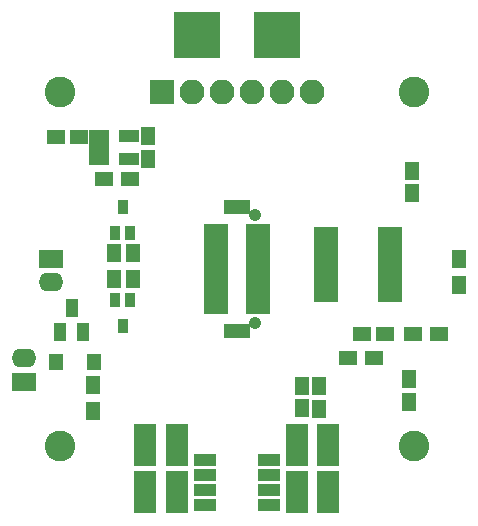
<source format=gbs>
G04 #@! TF.FileFunction,Soldermask,Bot*
%FSLAX46Y46*%
G04 Gerber Fmt 4.6, Leading zero omitted, Abs format (unit mm)*
G04 Created by KiCad (PCBNEW 4.0.7) date 06/27/18 00:10:41*
%MOMM*%
%LPD*%
G01*
G04 APERTURE LIST*
%ADD10C,0.150000*%
%ADD11R,1.150000X1.600000*%
%ADD12R,3.900000X3.900000*%
%ADD13R,1.926000X1.050000*%
%ADD14R,1.800000X1.000000*%
%ADD15R,0.900000X1.150000*%
%ADD16R,1.600000X1.300000*%
%ADD17R,1.300000X1.600000*%
%ADD18R,1.600000X1.150000*%
%ADD19R,1.900000X3.600000*%
%ADD20R,1.300000X1.440000*%
%ADD21R,2.000000X0.700000*%
%ADD22R,2.200000X1.200000*%
%ADD23C,1.050000*%
%ADD24R,2.100000X1.600000*%
%ADD25O,2.100000X1.600000*%
%ADD26R,1.050000X1.500000*%
%ADD27R,2.100000X2.100000*%
%ADD28O,2.100000X2.100000*%
%ADD29C,2.600000*%
G04 APERTURE END LIST*
D10*
D11*
X163220000Y-96662200D03*
X163220000Y-98562200D03*
X162966000Y-114315000D03*
X162966000Y-116215000D03*
X153865000Y-114869000D03*
X153865000Y-116769000D03*
X155283000Y-114886000D03*
X155283000Y-116786000D03*
D12*
X144961000Y-85166200D03*
X151761000Y-85166200D03*
D13*
X151073000Y-121107000D03*
X151073000Y-122377000D03*
X151073000Y-123647000D03*
X151073000Y-124917000D03*
X145649000Y-124917000D03*
X145649000Y-123647000D03*
X145649000Y-122377000D03*
X145649000Y-121107000D03*
D14*
X136697000Y-95641200D03*
X136697000Y-94691200D03*
X136697000Y-93741200D03*
X139197000Y-93741200D03*
X139197000Y-95641200D03*
D15*
X139359000Y-101887000D03*
X138059000Y-101887000D03*
X138709000Y-99687000D03*
D16*
X163263000Y-110439000D03*
X165463000Y-110439000D03*
X157802000Y-112471000D03*
X160002000Y-112471000D03*
D17*
X167157000Y-104132000D03*
X167157000Y-106332000D03*
X137947000Y-103624000D03*
X137947000Y-105824000D03*
X136169000Y-114800000D03*
X136169000Y-117000000D03*
X139598000Y-105824000D03*
X139598000Y-103624000D03*
D16*
X139301000Y-97358200D03*
X137101000Y-97358200D03*
D18*
X160868000Y-110439000D03*
X158968000Y-110439000D03*
D19*
X153441000Y-119869000D03*
X153441000Y-123869000D03*
X156108000Y-119869000D03*
X156108000Y-123869000D03*
X143281000Y-119869000D03*
X143281000Y-123869000D03*
X140614000Y-119869000D03*
X140614000Y-123869000D03*
D11*
X140868000Y-93741200D03*
X140868000Y-95641200D03*
D18*
X134960000Y-93802200D03*
X133060000Y-93802200D03*
D20*
X133045000Y-112852000D03*
X136245000Y-112852000D03*
D21*
X150161000Y-101478000D03*
X146561000Y-101478000D03*
X150161000Y-101978000D03*
X146561000Y-101978000D03*
X150161000Y-102478000D03*
X146561000Y-102478000D03*
X150161000Y-102978000D03*
X146561000Y-102978000D03*
X150161000Y-103478000D03*
X146561000Y-103478000D03*
X150161000Y-103978000D03*
X146561000Y-103978000D03*
X150161000Y-104478000D03*
X146561000Y-104478000D03*
X150161000Y-104978000D03*
X146561000Y-104978000D03*
X150161000Y-105478000D03*
X146561000Y-105478000D03*
X150161000Y-105978000D03*
X146561000Y-105978000D03*
X150161000Y-106478000D03*
X146561000Y-106478000D03*
X150161000Y-106978000D03*
X146561000Y-106978000D03*
X150161000Y-107478000D03*
X146561000Y-107478000D03*
X150161000Y-107978000D03*
X146561000Y-107978000D03*
X150161000Y-108478000D03*
X146561000Y-108478000D03*
D22*
X148361000Y-99728000D03*
X148361000Y-110228000D03*
D23*
X149861000Y-100428000D03*
X149861000Y-109528000D03*
D24*
X132613000Y-104089000D03*
D25*
X132613000Y-106089000D03*
D24*
X130327000Y-114503000D03*
D25*
X130327000Y-112503000D03*
D15*
X138059000Y-107561000D03*
X139359000Y-107561000D03*
X138709000Y-109761000D03*
D26*
X135351000Y-110346000D03*
X133431000Y-110346000D03*
X134391000Y-108246000D03*
D27*
X142011000Y-89992200D03*
D28*
X144551000Y-89992200D03*
X147091000Y-89992200D03*
X149631000Y-89992200D03*
X152171000Y-89992200D03*
X154711000Y-89992200D03*
D21*
X155936000Y-107455000D03*
X155936000Y-106819000D03*
X155936000Y-106185000D03*
X155936000Y-105549000D03*
X155936000Y-104915000D03*
X155936000Y-104279000D03*
X155936000Y-103645000D03*
X155936000Y-103009000D03*
X155936000Y-102375000D03*
X155936000Y-101739000D03*
X161360000Y-101739000D03*
X161360000Y-102375000D03*
X161360000Y-103009000D03*
X161360000Y-103645000D03*
X161360000Y-104279000D03*
X161360000Y-104915000D03*
X161360000Y-105549000D03*
X161360000Y-106185000D03*
X161360000Y-106819000D03*
X161360000Y-107455000D03*
D29*
X133375000Y-119964000D03*
X163347000Y-89992200D03*
X133375000Y-89992200D03*
X163347000Y-119964000D03*
M02*

</source>
